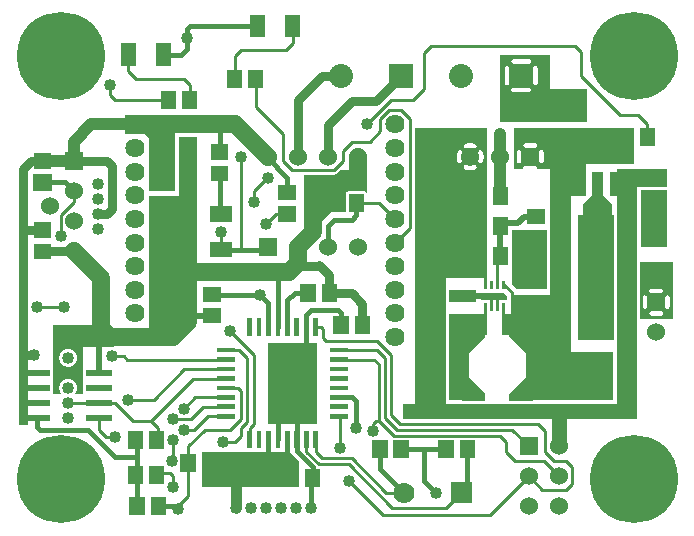
<source format=gbr>
G04 start of page 2 for group 0 idx 0 *
G04 Title: (unknown), component *
G04 Creator: pcb 20110918 *
G04 CreationDate: Tue 09 Apr 2013 01:29:24 AM GMT UTC *
G04 For: railfan *
G04 Format: Gerber/RS-274X *
G04 PCB-Dimensions: 225000 175000 *
G04 PCB-Coordinate-Origin: lower left *
%MOIN*%
%FSLAX25Y25*%
%LNTOP*%
%ADD43C,0.0530*%
%ADD42C,0.0480*%
%ADD41C,0.0370*%
%ADD40C,0.0280*%
%ADD39C,0.0320*%
%ADD38C,0.0380*%
%ADD37C,0.0240*%
%ADD36C,0.1285*%
%ADD35R,0.0142X0.0142*%
%ADD34R,0.0240X0.0240*%
%ADD33R,0.0098X0.0098*%
%ADD32R,0.0360X0.0360*%
%ADD31R,0.0945X0.0945*%
%ADD30R,0.0378X0.0378*%
%ADD29R,0.0630X0.0630*%
%ADD28R,0.0230X0.0230*%
%ADD27R,0.0200X0.0200*%
%ADD26R,0.0562X0.0562*%
%ADD25R,0.0157X0.0157*%
%ADD24R,0.0512X0.0512*%
%ADD23C,0.0800*%
%ADD22C,0.0640*%
%ADD21C,0.0700*%
%ADD20C,0.2937*%
%ADD19C,0.0500*%
%ADD18C,0.0350*%
%ADD17C,0.0600*%
%ADD16C,0.0400*%
%ADD15C,0.0300*%
%ADD14C,0.0200*%
%ADD13C,0.0100*%
%ADD12C,0.0150*%
%ADD11C,0.0001*%
G54D11*G36*
X102500Y107500D02*X108500D01*
X102500Y101500D01*
Y107500D01*
G37*
G36*
X64000Y26000D02*X93500D01*
X96500Y23000D01*
Y14500D01*
X64000D01*
Y26000D01*
G37*
G36*
X146500Y66500D02*X152000D01*
Y43500D01*
X146500D01*
Y66500D01*
G37*
G36*
X86000Y62500D02*X102500D01*
Y35500D01*
X86000D01*
Y62500D01*
G37*
G36*
X139000Y85000D02*X145500D01*
Y40500D01*
X139000D01*
Y85000D01*
G37*
G36*
X135000Y99000D02*X141500D01*
Y37000D01*
X135000D01*
Y99000D01*
G37*
G36*
X119000Y120000D02*Y112397D01*
X118996Y112407D01*
X118914Y112542D01*
X118811Y112661D01*
X118692Y112764D01*
X118557Y112846D01*
X118412Y112906D01*
X118259Y112943D01*
X118102Y112952D01*
X112827Y112943D01*
X112674Y112906D01*
X112529Y112846D01*
X112394Y112764D01*
X112275Y112661D01*
X112172Y112542D01*
X112090Y112407D01*
X112030Y112262D01*
X111993Y112109D01*
X111984Y111952D01*
X111993Y106000D01*
X98000D01*
Y118500D01*
X107941D01*
X108000Y118495D01*
X108235Y118514D01*
X108235Y118514D01*
X108465Y118569D01*
X108683Y118659D01*
X108884Y118783D01*
X109064Y118936D01*
X109102Y118981D01*
X110121Y120000D01*
X115892D01*
X116000Y119995D01*
X116108Y120000D01*
X119000D01*
G37*
G36*
X56500Y122500D02*Y131000D01*
X62500D01*
Y122500D01*
X56500D01*
G37*
G36*
X38500Y132000D02*Y138500D01*
X52500D01*
X55000Y136000D01*
Y113000D01*
X46500D01*
Y130500D01*
X45000Y132000D01*
X38500D01*
G37*
G36*
X46500Y111500D02*X58000D01*
Y66000D01*
X46500D01*
Y111500D01*
G37*
G36*
X3000Y39000D02*X6000D01*
Y35000D01*
X3000D01*
Y39000D01*
G37*
G36*
X14500Y68500D02*X33500D01*
X35000Y67000D01*
Y61500D01*
X34500Y61000D01*
X14500D01*
Y68500D01*
G37*
G36*
X19495D02*X24500D01*
Y45500D01*
X21737D01*
X21935Y45731D01*
X22181Y46134D01*
X22362Y46570D01*
X22472Y47029D01*
X22500Y47500D01*
X22472Y47971D01*
X22362Y48430D01*
X22181Y48866D01*
X21935Y49269D01*
X21628Y49628D01*
X21269Y49935D01*
X20866Y50181D01*
X20430Y50362D01*
X19971Y50472D01*
X19500Y50509D01*
X19495Y50509D01*
Y54491D01*
X19500Y54491D01*
X19971Y54528D01*
X20430Y54638D01*
X20866Y54819D01*
X21269Y55065D01*
X21628Y55372D01*
X21935Y55731D01*
X22181Y56134D01*
X22362Y56570D01*
X22472Y57029D01*
X22500Y57500D01*
X22472Y57971D01*
X22362Y58430D01*
X22181Y58866D01*
X21935Y59269D01*
X21628Y59628D01*
X21269Y59935D01*
X20866Y60181D01*
X20430Y60362D01*
X19971Y60472D01*
X19500Y60509D01*
X19495Y60509D01*
Y68500D01*
G37*
G36*
X14500Y45500D02*Y68500D01*
X19495D01*
Y60509D01*
X19029Y60472D01*
X18570Y60362D01*
X18134Y60181D01*
X17731Y59935D01*
X17372Y59628D01*
X17065Y59269D01*
X16819Y58866D01*
X16638Y58430D01*
X16528Y57971D01*
X16491Y57500D01*
X16528Y57029D01*
X16638Y56570D01*
X16819Y56134D01*
X17065Y55731D01*
X17372Y55372D01*
X17731Y55065D01*
X18134Y54819D01*
X18570Y54638D01*
X19029Y54528D01*
X19495Y54491D01*
Y50509D01*
X19029Y50472D01*
X18570Y50362D01*
X18134Y50181D01*
X17731Y49935D01*
X17372Y49628D01*
X17065Y49269D01*
X16819Y48866D01*
X16638Y48430D01*
X16528Y47971D01*
X16491Y47500D01*
X16528Y47029D01*
X16638Y46570D01*
X16819Y46134D01*
X17065Y45731D01*
X17263Y45500D01*
X14500D01*
G37*
G36*
X187000Y66000D02*Y43500D01*
X173500D01*
Y66000D01*
X187000D01*
G37*
G36*
X131000Y42000D02*X209000D01*
Y37000D01*
X131000D01*
Y42000D01*
G37*
G36*
X183000Y43500D02*Y59500D01*
X201000D01*
Y43500D01*
X183000D01*
G37*
G36*
X159000Y75000D02*Y65000D01*
X146500D01*
Y72000D01*
X158000D01*
Y75000D01*
X159000D01*
G37*
G36*
X158500Y79000D02*Y77000D01*
X154500D01*
Y79000D01*
X158500D01*
G37*
G36*
X168000Y77500D02*X167000D01*
Y79000D01*
X165500Y80500D01*
X164000D01*
Y82500D01*
X165000D01*
X168000Y79500D01*
Y77500D01*
G37*
G36*
X146500Y80000D02*X155500D01*
Y76000D01*
X146500D01*
Y80000D01*
G37*
G36*
X186500Y78500D02*Y65000D01*
X167000D01*
Y78500D01*
X186500D01*
G37*
G36*
X164000Y75500D02*X165000D01*
Y72000D01*
X167000D01*
Y75500D01*
X169000D01*
Y65000D01*
X164000D01*
Y75500D01*
G37*
G36*
X159000Y134000D02*Y124676D01*
X158986Y124500D01*
X159000Y124324D01*
Y118500D01*
X157113D01*
Y122353D01*
X157156Y122360D01*
X157268Y122397D01*
X157373Y122452D01*
X157468Y122522D01*
X157551Y122606D01*
X157619Y122702D01*
X157670Y122808D01*
X157818Y123216D01*
X157922Y123637D01*
X157984Y124067D01*
X158005Y124500D01*
X157984Y124933D01*
X157922Y125363D01*
X157818Y125784D01*
X157675Y126194D01*
X157622Y126300D01*
X157553Y126396D01*
X157470Y126481D01*
X157375Y126551D01*
X157269Y126606D01*
X157157Y126643D01*
X157113Y126651D01*
Y134000D01*
X159000D01*
G37*
G36*
X157113Y118500D02*X153502D01*
Y119995D01*
X153933Y120016D01*
X154363Y120078D01*
X154784Y120182D01*
X155194Y120325D01*
X155300Y120378D01*
X155396Y120447D01*
X155481Y120530D01*
X155551Y120625D01*
X155606Y120731D01*
X155643Y120843D01*
X155663Y120960D01*
X155664Y121079D01*
X155646Y121196D01*
X155610Y121309D01*
X155557Y121415D01*
X155488Y121512D01*
X155405Y121596D01*
X155309Y121667D01*
X155204Y121721D01*
X155092Y121759D01*
X154975Y121778D01*
X154856Y121779D01*
X154739Y121761D01*
X154626Y121723D01*
X154355Y121624D01*
X154075Y121556D01*
X153789Y121514D01*
X153502Y121500D01*
Y127500D01*
X153789Y127486D01*
X154075Y127444D01*
X154355Y127376D01*
X154628Y127280D01*
X154739Y127242D01*
X154856Y127225D01*
X154974Y127225D01*
X155091Y127245D01*
X155203Y127282D01*
X155307Y127336D01*
X155402Y127406D01*
X155485Y127491D01*
X155554Y127587D01*
X155607Y127692D01*
X155643Y127805D01*
X155660Y127921D01*
X155659Y128039D01*
X155640Y128156D01*
X155603Y128268D01*
X155548Y128373D01*
X155478Y128468D01*
X155394Y128551D01*
X155298Y128619D01*
X155192Y128670D01*
X154784Y128818D01*
X154363Y128922D01*
X153933Y128984D01*
X153502Y129005D01*
Y134000D01*
X157113D01*
Y126651D01*
X157040Y126663D01*
X156921Y126664D01*
X156804Y126646D01*
X156691Y126610D01*
X156585Y126557D01*
X156488Y126488D01*
X156404Y126405D01*
X156333Y126309D01*
X156279Y126204D01*
X156241Y126092D01*
X156222Y125975D01*
X156221Y125856D01*
X156239Y125739D01*
X156277Y125626D01*
X156376Y125355D01*
X156444Y125075D01*
X156486Y124789D01*
X156500Y124500D01*
X156486Y124211D01*
X156444Y123925D01*
X156376Y123645D01*
X156280Y123372D01*
X156242Y123261D01*
X156225Y123144D01*
X156225Y123026D01*
X156245Y122909D01*
X156282Y122797D01*
X156336Y122693D01*
X156406Y122598D01*
X156491Y122515D01*
X156587Y122446D01*
X156692Y122393D01*
X156805Y122357D01*
X156921Y122340D01*
X157039Y122341D01*
X157113Y122353D01*
Y118500D01*
G37*
G36*
X153502D02*X149887D01*
Y122349D01*
X149960Y122337D01*
X150079Y122336D01*
X150196Y122354D01*
X150309Y122390D01*
X150415Y122443D01*
X150512Y122512D01*
X150596Y122595D01*
X150667Y122691D01*
X150721Y122796D01*
X150759Y122908D01*
X150778Y123025D01*
X150779Y123144D01*
X150761Y123261D01*
X150723Y123374D01*
X150624Y123645D01*
X150556Y123925D01*
X150514Y124211D01*
X150500Y124500D01*
X150514Y124789D01*
X150556Y125075D01*
X150624Y125355D01*
X150720Y125628D01*
X150758Y125739D01*
X150775Y125856D01*
X150775Y125974D01*
X150755Y126091D01*
X150718Y126203D01*
X150664Y126307D01*
X150594Y126402D01*
X150509Y126485D01*
X150413Y126554D01*
X150308Y126607D01*
X150195Y126643D01*
X150079Y126660D01*
X149961Y126659D01*
X149887Y126647D01*
Y134000D01*
X153502D01*
Y129005D01*
X153500Y129005D01*
X153067Y128984D01*
X152637Y128922D01*
X152216Y128818D01*
X151806Y128675D01*
X151700Y128622D01*
X151604Y128553D01*
X151519Y128470D01*
X151449Y128375D01*
X151394Y128269D01*
X151357Y128157D01*
X151337Y128040D01*
X151336Y127921D01*
X151354Y127804D01*
X151390Y127691D01*
X151443Y127585D01*
X151512Y127488D01*
X151595Y127404D01*
X151691Y127333D01*
X151796Y127279D01*
X151908Y127241D01*
X152025Y127222D01*
X152144Y127221D01*
X152261Y127239D01*
X152374Y127277D01*
X152645Y127376D01*
X152925Y127444D01*
X153211Y127486D01*
X153500Y127500D01*
X153502Y127500D01*
Y121500D01*
X153500Y121500D01*
X153211Y121514D01*
X152925Y121556D01*
X152645Y121624D01*
X152372Y121720D01*
X152261Y121758D01*
X152144Y121775D01*
X152026Y121775D01*
X151909Y121755D01*
X151797Y121718D01*
X151693Y121664D01*
X151598Y121594D01*
X151515Y121509D01*
X151446Y121413D01*
X151393Y121308D01*
X151357Y121195D01*
X151340Y121079D01*
X151341Y120961D01*
X151360Y120844D01*
X151397Y120732D01*
X151452Y120627D01*
X151522Y120532D01*
X151606Y120449D01*
X151702Y120381D01*
X151808Y120330D01*
X152216Y120182D01*
X152637Y120078D01*
X153067Y120016D01*
X153500Y119995D01*
X153502Y119995D01*
Y118500D01*
G37*
G36*
X149887D02*X140000D01*
Y134000D01*
X149887D01*
Y126647D01*
X149844Y126640D01*
X149732Y126603D01*
X149627Y126548D01*
X149532Y126478D01*
X149449Y126394D01*
X149381Y126298D01*
X149330Y126192D01*
X149182Y125784D01*
X149078Y125363D01*
X149016Y124933D01*
X148995Y124500D01*
X149016Y124067D01*
X149078Y123637D01*
X149182Y123216D01*
X149325Y122806D01*
X149378Y122700D01*
X149447Y122604D01*
X149530Y122519D01*
X149625Y122449D01*
X149731Y122394D01*
X149843Y122357D01*
X149887Y122349D01*
Y118500D01*
G37*
G36*
X140000Y120000D02*X159000D01*
Y84000D01*
X140000D01*
Y120000D01*
G37*
G36*
X158000Y85500D02*X159000D01*
Y80500D01*
X158000D01*
Y85500D01*
G37*
G36*
X179000Y100000D02*Y80500D01*
X169000D01*
X167500Y82000D01*
Y100000D01*
X179000D01*
G37*
G36*
X187000Y123000D02*Y65000D01*
X180000D01*
Y123000D01*
X187000D01*
G37*
G36*
X177250Y134000D02*X187000D01*
Y132392D01*
X186443Y132391D01*
X186290Y132354D01*
X186145Y132294D01*
X186010Y132212D01*
X185891Y132109D01*
X185788Y131990D01*
X185706Y131855D01*
X185646Y131710D01*
X185609Y131557D01*
X185600Y131400D01*
X185609Y127643D01*
X185646Y127490D01*
X185706Y127345D01*
X185788Y127210D01*
X185891Y127091D01*
X186010Y126988D01*
X186145Y126906D01*
X186290Y126846D01*
X186443Y126809D01*
X186600Y126800D01*
X187000Y126801D01*
Y120500D01*
X177250D01*
Y122248D01*
X177368Y122257D01*
X177482Y122285D01*
X177592Y122330D01*
X177692Y122391D01*
X177782Y122468D01*
X177859Y122558D01*
X177920Y122658D01*
X177965Y122768D01*
X177993Y122882D01*
X178000Y123000D01*
Y126000D01*
X177993Y126118D01*
X177965Y126232D01*
X177920Y126342D01*
X177859Y126442D01*
X177782Y126532D01*
X177692Y126609D01*
X177592Y126670D01*
X177482Y126715D01*
X177368Y126743D01*
X177250Y126752D01*
Y134000D01*
G37*
G36*
X173500D02*X177250D01*
Y126752D01*
X177132Y126743D01*
X177018Y126715D01*
X176908Y126670D01*
X176808Y126609D01*
X176718Y126532D01*
X176641Y126442D01*
X176580Y126342D01*
X176535Y126232D01*
X176507Y126118D01*
X176500Y126000D01*
Y123000D01*
X176507Y122882D01*
X176535Y122768D01*
X176580Y122658D01*
X176641Y122558D01*
X176718Y122468D01*
X176808Y122391D01*
X176908Y122330D01*
X177018Y122285D01*
X177132Y122257D01*
X177250Y122248D01*
Y120500D01*
X175708D01*
X175715Y120518D01*
X175743Y120632D01*
X175752Y120750D01*
X175743Y120868D01*
X175715Y120982D01*
X175670Y121092D01*
X175609Y121192D01*
X175532Y121282D01*
X175442Y121359D01*
X175342Y121420D01*
X175232Y121465D01*
X175118Y121493D01*
X175000Y121500D01*
X173500D01*
Y127500D01*
X175000D01*
X175118Y127507D01*
X175232Y127535D01*
X175342Y127580D01*
X175442Y127641D01*
X175532Y127718D01*
X175609Y127808D01*
X175670Y127908D01*
X175715Y128018D01*
X175743Y128132D01*
X175752Y128250D01*
X175743Y128368D01*
X175715Y128482D01*
X175670Y128592D01*
X175609Y128692D01*
X175532Y128782D01*
X175442Y128859D01*
X175342Y128920D01*
X175232Y128965D01*
X175118Y128993D01*
X175000Y129000D01*
X173500D01*
Y134000D01*
G37*
G36*
X169750D02*X173500D01*
Y129000D01*
X172000D01*
X171882Y128993D01*
X171768Y128965D01*
X171658Y128920D01*
X171558Y128859D01*
X171468Y128782D01*
X171391Y128692D01*
X171330Y128592D01*
X171285Y128482D01*
X171257Y128368D01*
X171248Y128250D01*
X171257Y128132D01*
X171285Y128018D01*
X171330Y127908D01*
X171391Y127808D01*
X171468Y127718D01*
X171558Y127641D01*
X171658Y127580D01*
X171768Y127535D01*
X171882Y127507D01*
X172000Y127500D01*
X173500D01*
Y121500D01*
X172000D01*
X171882Y121493D01*
X171768Y121465D01*
X171658Y121420D01*
X171558Y121359D01*
X171468Y121282D01*
X171391Y121192D01*
X171330Y121092D01*
X171285Y120982D01*
X171257Y120868D01*
X171248Y120750D01*
X171257Y120632D01*
X171285Y120518D01*
X171292Y120500D01*
X169750D01*
Y122248D01*
X169868Y122257D01*
X169982Y122285D01*
X170092Y122330D01*
X170192Y122391D01*
X170282Y122468D01*
X170359Y122558D01*
X170420Y122658D01*
X170465Y122768D01*
X170493Y122882D01*
X170500Y123000D01*
Y126000D01*
X170493Y126118D01*
X170465Y126232D01*
X170420Y126342D01*
X170359Y126442D01*
X170282Y126532D01*
X170192Y126609D01*
X170092Y126670D01*
X169982Y126715D01*
X169868Y126743D01*
X169750Y126752D01*
Y134000D01*
G37*
G36*
X168000D02*X169750D01*
Y126752D01*
X169632Y126743D01*
X169518Y126715D01*
X169408Y126670D01*
X169308Y126609D01*
X169218Y126532D01*
X169141Y126442D01*
X169080Y126342D01*
X169035Y126232D01*
X169007Y126118D01*
X169000Y126000D01*
Y123000D01*
X169007Y122882D01*
X169035Y122768D01*
X169080Y122658D01*
X169141Y122558D01*
X169218Y122468D01*
X169308Y122391D01*
X169408Y122330D01*
X169518Y122285D01*
X169632Y122257D01*
X169750Y122248D01*
Y120500D01*
X168000D01*
Y134000D01*
G37*
G36*
X175250Y158500D02*X180000D01*
Y136000D01*
X175250D01*
Y148248D01*
X175368Y148257D01*
X175482Y148285D01*
X175592Y148330D01*
X175692Y148391D01*
X175782Y148468D01*
X175859Y148558D01*
X175920Y148658D01*
X175965Y148768D01*
X175993Y148882D01*
X176000Y149000D01*
Y154000D01*
X175993Y154118D01*
X175965Y154232D01*
X175920Y154342D01*
X175859Y154442D01*
X175782Y154532D01*
X175692Y154609D01*
X175592Y154670D01*
X175482Y154715D01*
X175368Y154743D01*
X175250Y154752D01*
Y158500D01*
G37*
G36*
X170500D02*X175250D01*
Y154752D01*
X175132Y154743D01*
X175018Y154715D01*
X174908Y154670D01*
X174808Y154609D01*
X174718Y154532D01*
X174641Y154442D01*
X174580Y154342D01*
X174535Y154232D01*
X174507Y154118D01*
X174500Y154000D01*
Y149000D01*
X174507Y148882D01*
X174535Y148768D01*
X174580Y148658D01*
X174641Y148558D01*
X174718Y148468D01*
X174808Y148391D01*
X174908Y148330D01*
X175018Y148285D01*
X175132Y148257D01*
X175250Y148248D01*
Y136000D01*
X170500D01*
Y146000D01*
X173000D01*
X173118Y146007D01*
X173232Y146035D01*
X173342Y146080D01*
X173442Y146141D01*
X173532Y146218D01*
X173609Y146308D01*
X173670Y146408D01*
X173715Y146518D01*
X173743Y146632D01*
X173752Y146750D01*
X173743Y146868D01*
X173715Y146982D01*
X173670Y147092D01*
X173609Y147192D01*
X173532Y147282D01*
X173442Y147359D01*
X173342Y147420D01*
X173232Y147465D01*
X173118Y147493D01*
X173000Y147500D01*
X170500D01*
Y155500D01*
X173000D01*
X173118Y155507D01*
X173232Y155535D01*
X173342Y155580D01*
X173442Y155641D01*
X173532Y155718D01*
X173609Y155808D01*
X173670Y155908D01*
X173715Y156018D01*
X173743Y156132D01*
X173752Y156250D01*
X173743Y156368D01*
X173715Y156482D01*
X173670Y156592D01*
X173609Y156692D01*
X173532Y156782D01*
X173442Y156859D01*
X173342Y156920D01*
X173232Y156965D01*
X173118Y156993D01*
X173000Y157000D01*
X170500D01*
Y158500D01*
G37*
G36*
X165750D02*X170500D01*
Y157000D01*
X168000D01*
X167882Y156993D01*
X167768Y156965D01*
X167658Y156920D01*
X167558Y156859D01*
X167468Y156782D01*
X167391Y156692D01*
X167330Y156592D01*
X167285Y156482D01*
X167257Y156368D01*
X167248Y156250D01*
X167257Y156132D01*
X167285Y156018D01*
X167330Y155908D01*
X167391Y155808D01*
X167468Y155718D01*
X167558Y155641D01*
X167658Y155580D01*
X167768Y155535D01*
X167882Y155507D01*
X168000Y155500D01*
X170500D01*
Y147500D01*
X168000D01*
X167882Y147493D01*
X167768Y147465D01*
X167658Y147420D01*
X167558Y147359D01*
X167468Y147282D01*
X167391Y147192D01*
X167330Y147092D01*
X167285Y146982D01*
X167257Y146868D01*
X167248Y146750D01*
X167257Y146632D01*
X167285Y146518D01*
X167330Y146408D01*
X167391Y146308D01*
X167468Y146218D01*
X167558Y146141D01*
X167658Y146080D01*
X167768Y146035D01*
X167882Y146007D01*
X168000Y146000D01*
X170500D01*
Y136000D01*
X165750D01*
Y148248D01*
X165868Y148257D01*
X165982Y148285D01*
X166092Y148330D01*
X166192Y148391D01*
X166282Y148468D01*
X166359Y148558D01*
X166420Y148658D01*
X166465Y148768D01*
X166493Y148882D01*
X166500Y149000D01*
Y154000D01*
X166493Y154118D01*
X166465Y154232D01*
X166420Y154342D01*
X166359Y154442D01*
X166282Y154532D01*
X166192Y154609D01*
X166092Y154670D01*
X165982Y154715D01*
X165868Y154743D01*
X165750Y154752D01*
Y158500D01*
G37*
G36*
X163500D02*X165750D01*
Y154752D01*
X165632Y154743D01*
X165518Y154715D01*
X165408Y154670D01*
X165308Y154609D01*
X165218Y154532D01*
X165141Y154442D01*
X165080Y154342D01*
X165035Y154232D01*
X165007Y154118D01*
X165000Y154000D01*
Y149000D01*
X165007Y148882D01*
X165035Y148768D01*
X165080Y148658D01*
X165141Y148558D01*
X165218Y148468D01*
X165308Y148391D01*
X165408Y148330D01*
X165518Y148285D01*
X165632Y148257D01*
X165750Y148248D01*
Y136000D01*
X163500D01*
Y158500D01*
G37*
G36*
X178000Y136000D02*Y147000D01*
X192500D01*
Y136000D01*
X178000D01*
G37*
G36*
X184000Y134000D02*X208000D01*
Y122000D01*
X184000D01*
Y134000D01*
G37*
G36*
X192000Y125000D02*Y111500D01*
X184000D01*
Y125000D01*
X192000D01*
G37*
G36*
X202500Y120500D02*X209000D01*
Y40500D01*
X202500D01*
Y120500D01*
G37*
G36*
X201500Y63500D02*X189500D01*
Y105000D01*
X201500D01*
Y63500D01*
G37*
G36*
X221000Y81500D02*X210000D01*
Y89500D01*
X221000D01*
Y81500D01*
G37*
G36*
X205500Y120500D02*X219000D01*
Y114500D01*
X205500D01*
Y120500D01*
G37*
G36*
X221000Y70500D02*X219250D01*
Y73748D01*
X219368Y73757D01*
X219482Y73785D01*
X219592Y73830D01*
X219692Y73891D01*
X219782Y73968D01*
X219859Y74058D01*
X219920Y74158D01*
X219965Y74268D01*
X219993Y74382D01*
X220000Y74500D01*
Y77500D01*
X219993Y77618D01*
X219965Y77732D01*
X219920Y77842D01*
X219859Y77942D01*
X219782Y78032D01*
X219692Y78109D01*
X219592Y78170D01*
X219482Y78215D01*
X219368Y78243D01*
X219250Y78252D01*
Y82500D01*
X221000D01*
Y70500D01*
G37*
G36*
X219250D02*X215676D01*
X215500Y70514D01*
Y71500D01*
X217000D01*
X217118Y71507D01*
X217232Y71535D01*
X217342Y71580D01*
X217442Y71641D01*
X217532Y71718D01*
X217609Y71808D01*
X217670Y71908D01*
X217715Y72018D01*
X217743Y72132D01*
X217752Y72250D01*
X217743Y72368D01*
X217715Y72482D01*
X217670Y72592D01*
X217609Y72692D01*
X217532Y72782D01*
X217442Y72859D01*
X217342Y72920D01*
X217232Y72965D01*
X217118Y72993D01*
X217000Y73000D01*
X215500D01*
Y79000D01*
X217000D01*
X217118Y79007D01*
X217232Y79035D01*
X217342Y79080D01*
X217442Y79141D01*
X217532Y79218D01*
X217609Y79308D01*
X217670Y79408D01*
X217715Y79518D01*
X217743Y79632D01*
X217752Y79750D01*
X217743Y79868D01*
X217715Y79982D01*
X217670Y80092D01*
X217609Y80192D01*
X217532Y80282D01*
X217442Y80359D01*
X217342Y80420D01*
X217232Y80465D01*
X217118Y80493D01*
X217000Y80500D01*
X215500D01*
Y82500D01*
X219250D01*
Y78252D01*
X219132Y78243D01*
X219018Y78215D01*
X218908Y78170D01*
X218808Y78109D01*
X218718Y78032D01*
X218641Y77942D01*
X218580Y77842D01*
X218535Y77732D01*
X218507Y77618D01*
X218500Y77500D01*
Y74500D01*
X218507Y74382D01*
X218535Y74268D01*
X218580Y74158D01*
X218641Y74058D01*
X218718Y73968D01*
X218808Y73891D01*
X218908Y73830D01*
X219018Y73785D01*
X219132Y73757D01*
X219250Y73748D01*
Y70500D01*
G37*
G36*
X215500Y70514D02*X215500D01*
X215324Y70500D01*
X211750D01*
Y73748D01*
X211868Y73757D01*
X211982Y73785D01*
X212092Y73830D01*
X212192Y73891D01*
X212282Y73968D01*
X212359Y74058D01*
X212420Y74158D01*
X212465Y74268D01*
X212493Y74382D01*
X212500Y74500D01*
Y77500D01*
X212493Y77618D01*
X212465Y77732D01*
X212420Y77842D01*
X212359Y77942D01*
X212282Y78032D01*
X212192Y78109D01*
X212092Y78170D01*
X211982Y78215D01*
X211868Y78243D01*
X211750Y78252D01*
Y82500D01*
X215500D01*
Y80500D01*
X214000D01*
X213882Y80493D01*
X213768Y80465D01*
X213658Y80420D01*
X213558Y80359D01*
X213468Y80282D01*
X213391Y80192D01*
X213330Y80092D01*
X213285Y79982D01*
X213257Y79868D01*
X213248Y79750D01*
X213257Y79632D01*
X213285Y79518D01*
X213330Y79408D01*
X213391Y79308D01*
X213468Y79218D01*
X213558Y79141D01*
X213658Y79080D01*
X213768Y79035D01*
X213882Y79007D01*
X214000Y79000D01*
X215500D01*
Y73000D01*
X214000D01*
X213882Y72993D01*
X213768Y72965D01*
X213658Y72920D01*
X213558Y72859D01*
X213468Y72782D01*
X213391Y72692D01*
X213330Y72592D01*
X213285Y72482D01*
X213257Y72368D01*
X213248Y72250D01*
X213257Y72132D01*
X213285Y72018D01*
X213330Y71908D01*
X213391Y71808D01*
X213468Y71718D01*
X213558Y71641D01*
X213658Y71580D01*
X213768Y71535D01*
X213882Y71507D01*
X214000Y71500D01*
X215500D01*
Y70514D01*
G37*
G36*
X211750Y70500D02*X210000D01*
Y82500D01*
X211750D01*
Y78252D01*
X211632Y78243D01*
X211518Y78215D01*
X211408Y78170D01*
X211308Y78109D01*
X211218Y78032D01*
X211141Y77942D01*
X211080Y77842D01*
X211035Y77732D01*
X211007Y77618D01*
X211000Y77500D01*
Y74500D01*
X211007Y74382D01*
X211035Y74268D01*
X211080Y74158D01*
X211141Y74058D01*
X211218Y73968D01*
X211308Y73891D01*
X211408Y73830D01*
X211518Y73785D01*
X211632Y73757D01*
X211750Y73748D01*
Y70500D01*
G37*
G36*
X210500Y94500D02*Y113500D01*
X219000D01*
Y94500D01*
X210500D01*
G37*
G36*
X135000Y134000D02*X142500D01*
Y98000D01*
X135000D01*
Y134000D01*
G37*
G54D12*X115500Y105000D02*X114000Y103500D01*
X108000D02*X114000D01*
X106000Y101500D02*X108000Y103500D01*
G54D13*X115500Y109000D02*X123252D01*
X128500Y103752D01*
G54D12*X115500Y109000D02*Y105000D01*
G54D13*X133500Y100878D02*X128500Y95878D01*
X162519Y90433D02*Y81642D01*
Y90433D02*X163586Y91500D01*
X165000Y91414D02*X165086Y91500D01*
G54D14*X163500Y102500D02*Y91500D01*
X171500Y104500D02*X175500D01*
G54D13*X175543Y104543D01*
X162519Y77981D02*X162500Y78000D01*
X162519Y74358D02*Y77981D01*
X160551Y74358D02*Y77949D01*
X160500Y78000D01*
G54D12*X92575Y67779D02*Y76575D01*
X95000Y79000D01*
X99457D01*
G54D15*X102500Y88000D02*X96000D01*
X106543Y79000D02*X106500Y85000D01*
X103000Y88500D01*
G54D12*X86275Y67779D02*Y75725D01*
X83500Y78500D01*
G54D15*X106543Y79000D02*X114000D01*
X117500Y75500D01*
Y68543D01*
G54D12*X100500Y73500D02*X109500D01*
X110500Y72500D02*Y68543D01*
X98874Y71874D02*X100500Y73500D01*
G54D13*X102023Y67779D02*X103721D01*
G54D14*X165086Y102500D02*X169500D01*
G54D16*X163500Y124500D02*Y132000D01*
X163586Y124414D02*X163500Y124500D01*
X163586Y113500D02*Y124414D01*
G54D14*X169500Y102500D02*X171500Y104500D01*
G54D13*X203500Y138500D02*X209500D01*
X212500Y135500D01*
Y131043D01*
X212543Y131000D01*
X203500Y138500D02*X190500Y151500D01*
Y159500D01*
X188500Y161500D01*
X140500D02*X188500D01*
X81500Y113000D02*X86500Y118000D01*
X81500Y109500D02*Y113000D01*
X91000Y132000D02*Y123000D01*
X94000Y120000D01*
X108000D01*
X111000Y123000D01*
G54D17*X116000Y124500D02*Y119000D01*
G54D13*X111000Y123000D02*Y126500D01*
X114000Y129500D01*
X120000D01*
X123500Y133000D01*
Y137000D01*
X133500D02*Y100878D01*
X39500Y158405D02*X39595Y158500D01*
X39500Y153000D02*Y158405D01*
X42000Y150500D02*X39500Y153000D01*
G54D12*X57000Y158500D02*X51405D01*
G54D13*X75000Y149500D02*Y158000D01*
X58000Y150500D02*X42000D01*
X60043Y148457D02*X58000Y150500D01*
X60043Y143500D02*Y148457D01*
X35000Y143500D02*X52957D01*
X33500Y148500D02*Y145000D01*
X35000Y143500D01*
G54D16*X41886Y135248D02*X27248D01*
G54D17*X41886D02*X75252D01*
G54D16*X27248D02*X21500Y129500D01*
Y123000D01*
G54D13*Y109500D02*Y113000D01*
G54D12*X18586Y115914D01*
G54D16*X21500Y123000D02*X11000D01*
G54D15*X7000D02*X4500Y120500D01*
G54D12*X18586Y115914D02*X11000D01*
G54D15*Y123000D02*X7000D01*
X34000Y121500D02*X32500Y123000D01*
X21500D01*
X96000Y143500D02*X104000Y151500D01*
X110500D01*
X130500D02*X122000Y143000D01*
G54D13*X123500Y137000D02*X126500Y140000D01*
X134500Y143500D02*X127000D01*
X119000Y135500D01*
X126500Y140000D02*X130500D01*
X133500Y137000D01*
G54D15*X122000Y143000D02*X114000D01*
X106000Y135000D01*
Y124500D01*
G54D13*X134500Y143500D02*X138000Y147000D01*
Y159000D01*
X140500Y161500D02*X138000Y159000D01*
G54D15*X96000Y124500D02*Y143500D01*
G54D12*X70000Y126043D02*Y134500D01*
X70043Y126000D02*X70000Y126043D01*
G54D13*X77000Y160000D02*X92000D01*
X94500Y167905D02*X94405Y168000D01*
X94500Y162500D02*Y167905D01*
X92000Y160000D02*X94500Y162500D01*
X75000Y158000D02*X77000Y160000D01*
G54D12*X82595Y168000D02*X60000D01*
X59000Y167000D01*
Y160500D01*
X57000Y158500D01*
G54D13*X82043Y150500D02*Y140957D01*
X91000Y132000D01*
X75000Y29500D02*X71000D01*
X77000Y37000D02*X73500Y33500D01*
X77000Y34000D02*Y31500D01*
X79000Y36000D02*X77000Y34000D01*
Y31500D02*X75000Y29500D01*
X73500Y33500D02*X65000D01*
X81500Y58500D02*X73500Y66500D01*
X81500Y35500D02*Y58500D01*
X79000Y57500D02*Y36000D01*
X72221Y47425D02*X76075D01*
X77000Y46500D01*
Y37000D01*
G54D18*X75500Y7500D02*Y17000D01*
G54D12*X89425Y30221D02*Y48425D01*
X86276Y30221D02*Y25224D01*
X92575Y30221D02*Y25075D01*
G54D13*X79977Y30221D02*Y33977D01*
X176000Y35500D02*X130000D01*
X167500Y33500D02*X129000D01*
X163500Y31500D02*X128000D01*
X130000Y35500D02*X127000Y38500D01*
X129000Y33500D02*X125000Y37500D01*
X128000Y31500D02*X123000Y36500D01*
X173000Y28000D02*X167500Y33500D01*
X168500Y23000D02*X165500Y26000D01*
Y29500D01*
X163500Y31500D01*
X173000Y18000D02*X177500Y13500D01*
X160000Y5000D02*X173000Y18000D01*
X124500Y5000D02*X160000D01*
X122476Y60024D02*X125000Y57500D01*
X109779Y60024D02*X122476D01*
G54D12*X106500Y79043D02*X106543Y79000D01*
X109500Y73500D02*X110500Y72500D01*
G54D13*X102000Y67756D02*X102023Y67779D01*
G54D12*X89425D02*Y85925D01*
X89500Y86000D01*
G54D13*X109779Y56874D02*X121626D01*
X103000Y22000D02*X113000D01*
G54D12*X109779Y44276D02*X114224D01*
X115500Y43000D01*
Y34000D01*
X100500Y16957D02*X101043Y17500D01*
G54D13*X121626Y56874D02*X123000Y55500D01*
X125000Y57500D02*Y37500D01*
X123000Y55500D02*Y36500D01*
X127000Y38500D02*Y58500D01*
G54D12*X130500Y27000D02*X145457D01*
X138000D02*Y16500D01*
X142000Y12500D01*
G54D13*X127500Y7500D02*X145606D01*
X150606Y12500D01*
G54D12*X123414Y28000D02*Y20480D01*
X131394Y12500D01*
G54D13*X125500D02*X131394D01*
X113000Y22000D02*X127500Y7500D01*
X114000Y24000D02*X125500Y12500D01*
G54D12*X100500Y7500D02*Y16957D01*
G54D13*X113000Y16500D02*X124500Y5000D01*
X59500Y28000D02*X65000Y33500D01*
G54D12*X59500Y22543D02*X59457Y22500D01*
G54D13*X59500Y28000D02*Y22543D01*
G54D12*X35000Y24500D02*X42500D01*
G54D13*X29750Y33250D02*X32000Y31000D01*
X35000D01*
G54D12*X42457Y8000D02*Y30000D01*
X35000Y24500D02*X26000Y33500D01*
G54D13*X59457Y11457D02*X56000Y8000D01*
X59457Y22500D02*Y11457D01*
X47000Y36500D02*X49500Y34000D01*
Y30043D02*X49543Y30000D01*
X54500D02*Y23500D01*
X49500Y34000D02*Y30043D01*
X54500Y23500D02*X54000Y23000D01*
G54D12*X56000Y8000D02*X49543D01*
G54D13*X54500Y14500D02*Y18000D01*
X53500Y19000D01*
X49543D01*
X58224Y53724D02*X48000Y43500D01*
X72221Y53724D02*X58224D01*
X48000Y43500D02*X39500D01*
X72221Y56874D02*X39126D01*
X38000Y58000D01*
X34000D01*
G54D12*X106000Y94000D02*Y101500D01*
G54D17*X101000Y99500D02*X96000Y94500D01*
X101000Y109500D02*Y99500D01*
X96000Y94500D02*Y89000D01*
G54D13*X77000Y124500D02*Y93500D01*
G54D17*X59500Y69500D02*Y127500D01*
G54D12*X70000Y105905D02*X70500Y105405D01*
X70000Y119457D02*Y105905D01*
G54D13*X70500Y99500D02*Y93595D01*
G54D12*X67586Y78500D02*X67543Y78543D01*
G54D14*X85457Y124543D02*X86000Y124000D01*
X85500Y93500D02*X86000Y94000D01*
G54D13*X88914Y105414D02*X85500Y102000D01*
X92500Y105414D02*X88914D01*
G54D12*X92500Y117500D02*X86000Y124000D01*
X92500Y112500D02*Y117500D01*
G54D17*X75252Y135248D02*X86000Y124500D01*
G54D14*X67543Y71457D02*X59543D01*
X59500Y71500D01*
G54D12*X83500Y78500D02*X67586D01*
G54D17*X96000Y89000D02*X93000Y86000D01*
G54D12*X69500Y93500D02*X85500D01*
G54D17*X93000Y86000D02*X60500D01*
X30500Y68000D02*Y84000D01*
G54D15*X8000Y58500D02*X4500D01*
G54D13*X9000Y74500D02*X18000D01*
G54D14*X29750Y52500D02*Y62250D01*
G54D13*X35000Y42500D02*X19500D01*
G54D17*X30500Y84000D02*X21500Y93000D01*
G54D15*X11043D02*X11000Y93043D01*
Y99957D02*X4543D01*
G54D13*X17000Y98000D02*Y105000D01*
X21500Y109500D01*
G54D15*Y93000D02*X11043D01*
X4500Y120500D02*Y39000D01*
X29500Y105500D02*X32500D01*
X34000Y107000D01*
Y121500D01*
G54D12*X26000Y33500D02*X10000D01*
G54D13*X29750Y37500D02*Y33250D01*
G54D12*X9000Y34500D02*Y37250D01*
G54D13*X61775Y44275D02*X58000Y40500D01*
X64626Y41126D02*X60500Y37000D01*
X54500D01*
X41000Y36500D02*X35000Y42500D01*
X47000Y36500D02*X41000D01*
X65976Y37976D02*X61500Y33500D01*
X58000D01*
X79977Y33977D02*X81500Y35500D01*
X72221Y41126D02*X64626D01*
X72221Y37976D02*X65976D01*
X72221Y44275D02*X61775D01*
G54D12*X10000Y33500D02*X9000Y34500D01*
G54D17*X54382Y64382D02*X59500Y69500D01*
X54382Y64382D02*X34118D01*
G54D13*X76477Y60023D02*X79000Y57500D01*
X72221Y60023D02*X76477D01*
X47000Y36500D02*X61000Y50500D01*
X72146D01*
X72221Y50575D01*
X183000Y18000D02*X178000Y23000D01*
X168500D01*
X185500D02*X181500D01*
G54D12*X101000Y17543D02*X101043Y17500D01*
X101000Y21000D02*Y17543D01*
G54D13*X104000Y24000D02*X114000D01*
X122000Y36500D02*X121000Y35500D01*
Y33000D01*
X98874Y26126D02*X103000Y22000D01*
G54D12*X95725Y26275D02*X101000Y21000D01*
X110500Y68543D02*X110457Y68500D01*
G54D13*X127000Y58500D02*X122500Y63000D01*
X105500D01*
G54D15*X117500Y68543D02*X117543Y68500D01*
G54D13*X105500Y63000D02*X104500Y64000D01*
G54D12*X98874Y52374D02*Y71874D01*
G54D13*X103721Y67779D02*X104500Y67000D01*
Y64000D01*
X123000Y36500D02*X122000D01*
X102024Y30221D02*Y25976D01*
X104000Y24000D01*
X98874Y30221D02*Y26126D01*
G54D12*X95725Y48225D02*Y26275D01*
G54D13*X110000Y27500D02*Y37756D01*
X109779Y37977D01*
G54D19*X183000Y28000D02*Y39000D01*
G54D13*X177500Y13500D02*X185500D01*
X187500Y15500D01*
Y21000D01*
X185500Y23000D01*
X181500D02*X178500Y26000D01*
Y33000D01*
X176000Y35500D01*
G54D12*X152543Y28000D02*Y14437D01*
G54D20*X17000Y17000D03*
G54D16*X19500Y57500D03*
Y52500D03*
Y47500D03*
Y42500D03*
Y37500D03*
G54D20*X208000Y17000D03*
G54D17*X183000Y28000D03*
Y18000D03*
Y8000D03*
G54D11*G36*
X147106Y16000D02*Y9000D01*
X154106D01*
Y16000D01*
X147106D01*
G37*
G54D21*X131394Y12500D03*
G54D11*G36*
X170000Y31000D02*Y25000D01*
X176000D01*
Y31000D01*
X170000D01*
G37*
G54D17*X173000Y18000D03*
Y8000D03*
G54D16*X100500Y7500D03*
X95500D03*
X90500D03*
X85500D03*
X80500D03*
X75500D03*
G54D20*X17000Y158000D03*
G54D11*G36*
X38686Y138448D02*Y132048D01*
X45086D01*
Y138448D01*
X38686D01*
G37*
G36*
X83000Y97500D02*Y91500D01*
X89000D01*
Y97500D01*
X83000D01*
G37*
G54D17*X96000Y94500D03*
Y124500D03*
X86000D03*
X106000Y94500D03*
X116000D03*
G54D22*X128500Y88004D03*
Y80130D03*
Y72256D03*
Y119500D03*
Y111626D03*
Y103752D03*
Y95878D03*
G54D11*G36*
X212500Y79000D02*Y73000D01*
X218500D01*
Y79000D01*
X212500D01*
G37*
G54D17*X215500Y66000D03*
G54D22*X128500Y64382D03*
G54D11*G36*
X18500Y126000D02*Y120000D01*
X24500D01*
Y126000D01*
X18500D01*
G37*
G54D16*X29500Y115500D03*
G54D17*X21500Y113000D03*
Y103000D03*
Y93000D03*
G54D16*X29500Y110500D03*
Y105500D03*
Y100500D03*
G54D17*X13500Y108000D03*
G54D22*X41886Y127374D03*
Y119500D03*
Y111626D03*
Y103752D03*
Y95878D03*
Y88004D03*
Y80130D03*
Y72256D03*
Y64382D03*
G54D11*G36*
X170500Y127500D02*Y121500D01*
X176500D01*
Y127500D01*
X170500D01*
G37*
G54D17*X163500Y124500D03*
X153500D03*
X116000D03*
X106000D03*
G54D20*X208000Y158000D03*
G54D11*G36*
X166500Y155500D02*Y147500D01*
X174500D01*
Y155500D01*
X166500D01*
G37*
G54D23*X150500Y151500D03*
G54D11*G36*
X126500Y155500D02*Y147500D01*
X134500D01*
Y155500D01*
X126500D01*
G37*
G54D22*X128500Y135248D03*
Y127374D03*
G54D23*X110500Y151500D03*
G54D24*X67150Y71457D02*X67936D01*
X67150Y78543D02*X67936D01*
X69319Y93595D02*X71681D01*
G54D25*X92575Y69992D02*Y65566D01*
G54D24*X99457Y79393D02*Y78607D01*
X106543Y79393D02*Y78607D01*
X110457Y68893D02*Y68107D01*
G54D25*X89425Y69992D02*Y65566D01*
G54D24*X101043Y17893D02*Y17107D01*
X93957Y17893D02*Y17107D01*
G54D25*X86275Y69992D02*Y65566D01*
X83126Y69992D02*Y65566D01*
X79976Y69992D02*Y65566D01*
X70008Y60023D02*X74434D01*
X70008Y56874D02*X74434D01*
X70008Y53724D02*X74434D01*
X70008Y50575D02*X74434D01*
X70008Y47425D02*X74434D01*
X70008Y44275D02*X74434D01*
X70008Y41126D02*X74434D01*
X70008Y37976D02*X74434D01*
G54D26*X10607Y115914D02*X11393D01*
G54D24*X10607Y123000D02*X11393D01*
X60043Y143893D02*Y143107D01*
X52957Y143893D02*Y143107D01*
X69607Y126043D02*X70393D01*
X59500Y127893D02*Y127107D01*
X52414Y127893D02*Y127107D01*
X69319Y105405D02*X71681D01*
X52414Y116893D02*Y116107D01*
X59500Y116893D02*Y116107D01*
X69607Y118957D02*X70393D01*
X82595Y169181D02*Y166819D01*
X74957Y150893D02*Y150107D01*
X82043Y150893D02*Y150107D01*
X94405Y169181D02*Y166819D01*
X108457Y109393D02*Y108607D01*
X115543Y109393D02*Y108607D01*
X92107Y105414D02*X92893D01*
X92107Y112500D02*X92893D01*
X51405Y159681D02*Y157319D01*
X39595Y159681D02*Y157319D01*
X59457Y22893D02*Y22107D01*
X66543Y22893D02*Y22107D01*
X49043Y30393D02*Y29607D01*
X49543Y8393D02*Y7607D01*
X42457Y8393D02*Y7607D01*
G54D27*X26500Y37500D02*X33000D01*
X26500Y42500D02*X33000D01*
X26500Y47500D02*X33000D01*
X26500Y52500D02*X33000D01*
G54D24*X41957Y30393D02*Y29607D01*
X49043Y18893D02*Y18107D01*
X41957Y18893D02*Y18107D01*
X10607Y100043D02*X11393D01*
X10607Y92957D02*X11393D01*
G54D27*X6000Y52500D02*X12500D01*
X6000Y47500D02*X12500D01*
X6000Y42500D02*X12500D01*
X6000Y37500D02*X12500D01*
G54D28*X173243Y65700D02*Y44300D01*
X167643D02*X173243D01*
X151843D02*X157443D01*
G54D11*G36*
X170093Y47450D02*Y43450D01*
X174093D01*
Y47450D01*
X170093D01*
G37*
G36*
X150993Y66550D02*Y62550D01*
X154993D01*
Y66550D01*
X150993D01*
G37*
G36*
Y47450D02*Y43450D01*
X154993D01*
Y47450D01*
X150993D01*
G37*
G36*
X168620Y66671D02*X174214Y61077D01*
X172093Y58956D01*
X166499Y64550D01*
X168620Y66671D01*
G37*
G36*
X166499Y45450D02*X172093Y51044D01*
X174214Y48923D01*
X168620Y43329D01*
X166499Y45450D01*
G37*
G36*
X150872Y61077D02*X156466Y66671D01*
X158587Y64550D01*
X152993Y58956D01*
X150872Y61077D01*
G37*
G36*
X152993Y51044D02*X158587Y45450D01*
X156466Y43329D01*
X150872Y48923D01*
X152993Y51044D01*
G37*
G54D24*X123414Y27393D02*Y26607D01*
X130500Y27393D02*Y26607D01*
X152543Y27393D02*Y26607D01*
X145457Y27393D02*Y26607D01*
G54D28*X167643Y65700D02*X173243D01*
X151843D02*Y44300D01*
Y65700D02*X157443D01*
G54D11*G36*
X170093Y66550D02*Y62550D01*
X174093D01*
Y66550D01*
X170093D01*
G37*
G54D25*X79977Y32434D02*Y28008D01*
X83126Y32434D02*Y28008D01*
X86276Y32434D02*Y28008D01*
X89425Y32434D02*Y28008D01*
X92575Y32434D02*Y28008D01*
X95725Y32434D02*Y28008D01*
X98874Y32434D02*Y28008D01*
X102024Y32434D02*Y28008D01*
X107566Y37977D02*X111992D01*
X107566Y41126D02*X111992D01*
X107566Y44276D02*X111992D01*
X107566Y47425D02*X111992D01*
X107566Y50575D02*X111992D01*
X107566Y53725D02*X111992D01*
X107566Y56874D02*X111992D01*
X107566Y60024D02*X111992D01*
X102023Y69992D02*Y65566D01*
X98874Y69992D02*Y65566D01*
X95724Y69992D02*Y65566D01*
G54D24*X117543Y68893D02*Y68107D01*
X213319Y86095D02*X215681D01*
X213319Y97905D02*X215681D01*
G54D29*X194000Y54807D02*Y48508D01*
Y74492D02*Y68193D01*
G54D24*X215107Y110457D02*X215893D01*
X215107Y117543D02*X215893D01*
G54D30*X196000Y117405D02*Y105595D01*
G54D31*Y103861D02*Y101971D01*
G54D32*X188400Y129600D02*X189600D01*
X188400Y142500D02*X189600D01*
G54D30*X201906Y117405D02*Y113311D01*
G54D11*G36*
X197885Y111426D02*X200725Y108586D01*
X199305Y107166D01*
X196465Y110006D01*
X197885Y111426D01*
G37*
G36*
X191275Y108586D02*X194115Y111426D01*
X195535Y110006D01*
X192695Y107166D01*
X191275Y108586D01*
G37*
G54D30*X190094Y117405D02*Y113311D01*
G54D24*X212543Y131393D02*Y130607D01*
X205457Y131393D02*Y130607D01*
X156500Y111893D02*Y111107D01*
X163586Y111893D02*Y111107D01*
X156457Y101893D02*Y101107D01*
X163543Y101893D02*Y101107D01*
X163586Y91893D02*Y91107D01*
X156500Y91893D02*Y91107D01*
X175150Y97457D02*X175936D01*
X175150Y104543D02*X175936D01*
X175150Y75957D02*X175936D01*
X175150Y83043D02*X175936D01*
G54D33*X164488Y82528D02*Y80756D01*
X162519Y82528D02*Y80756D01*
X160551Y82528D02*Y80756D01*
X158582Y82528D02*Y80756D01*
Y75244D02*Y73472D01*
X160551Y75244D02*Y73472D01*
X162519Y75244D02*Y73472D01*
X164488Y75244D02*Y73472D01*
G54D34*X158405Y78000D02*X163681D01*
G54D35*X157913Y77508D02*X165157D01*
G54D11*G36*
X163797Y78117D02*X164881Y79201D01*
X165865Y78217D01*
X164781Y77133D01*
X163797Y78117D01*
G37*
G54D16*X85500Y102000D03*
X77000Y124500D03*
X81500Y109500D03*
X86000Y117500D03*
X83500Y78500D03*
X137000Y101000D03*
Y111000D03*
Y106000D03*
Y131000D03*
Y126000D03*
Y121000D03*
Y116000D03*
X119000Y135500D03*
X170000Y83500D03*
Y97000D03*
Y88000D03*
X153000Y78000D03*
X148500D03*
X170000Y92500D03*
X163500Y117500D03*
Y132000D03*
X142000Y12500D03*
X89500Y23500D03*
X84500D03*
X113000Y16500D03*
X143000Y39500D03*
X148000D03*
X153000D03*
X138000D03*
X133000D03*
X115500Y34000D03*
X95000Y39500D03*
X100000D03*
X121000Y33000D03*
X110000Y27500D03*
X58000Y40500D03*
X54500Y37000D03*
Y14500D03*
X56000Y7000D03*
X54500Y30000D03*
X54000Y23000D03*
X58000Y33500D03*
X71000Y29500D03*
X59500Y86000D03*
Y91500D03*
X70500Y99500D03*
X17000Y98000D03*
X34000Y58000D03*
X33500Y148500D03*
X54500Y86000D03*
Y91500D03*
Y80500D03*
Y75000D03*
X59000Y164000D03*
X59500Y80500D03*
X73500Y66500D03*
X59500Y75000D03*
Y69500D03*
X54500D03*
X8000Y58500D03*
X18000Y74500D03*
X9000D03*
X39500Y43500D03*
X35000Y31000D03*
X193500Y93500D03*
X198500D03*
Y88500D03*
X193500Y83500D03*
X198500D03*
X193500Y88500D03*
G54D14*G54D36*G54D37*G54D36*G54D38*G54D14*G54D38*G54D37*G54D36*G54D39*G54D40*G54D39*G54D38*G54D39*G54D40*G54D37*G54D40*G54D37*G54D41*G54D39*G54D38*G54D40*G54D36*G54D42*G54D43*G54D42*G54D39*G54D42*M02*

</source>
